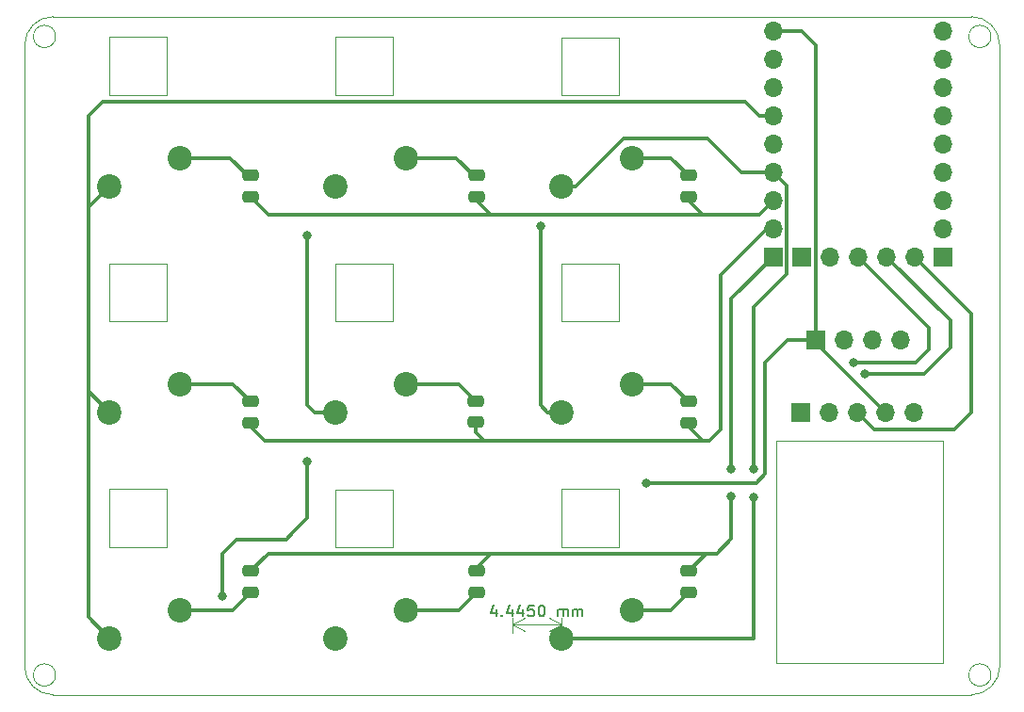
<source format=gbr>
%TF.GenerationSoftware,KiCad,Pcbnew,(6.0.5)*%
%TF.CreationDate,2022-06-17T09:46:01+08:00*%
%TF.ProjectId,keyboard_V4,6b657962-6f61-4726-945f-56342e6b6963,rev?*%
%TF.SameCoordinates,Original*%
%TF.FileFunction,Copper,L1,Top*%
%TF.FilePolarity,Positive*%
%FSLAX46Y46*%
G04 Gerber Fmt 4.6, Leading zero omitted, Abs format (unit mm)*
G04 Created by KiCad (PCBNEW (6.0.5)) date 2022-06-17 09:46:01*
%MOMM*%
%LPD*%
G01*
G04 APERTURE LIST*
G04 Aperture macros list*
%AMRoundRect*
0 Rectangle with rounded corners*
0 $1 Rounding radius*
0 $2 $3 $4 $5 $6 $7 $8 $9 X,Y pos of 4 corners*
0 Add a 4 corners polygon primitive as box body*
4,1,4,$2,$3,$4,$5,$6,$7,$8,$9,$2,$3,0*
0 Add four circle primitives for the rounded corners*
1,1,$1+$1,$2,$3*
1,1,$1+$1,$4,$5*
1,1,$1+$1,$6,$7*
1,1,$1+$1,$8,$9*
0 Add four rect primitives between the rounded corners*
20,1,$1+$1,$2,$3,$4,$5,0*
20,1,$1+$1,$4,$5,$6,$7,0*
20,1,$1+$1,$6,$7,$8,$9,0*
20,1,$1+$1,$8,$9,$2,$3,0*%
G04 Aperture macros list end*
%TA.AperFunction,Profile*%
%ADD10C,0.050000*%
%TD*%
%ADD11C,0.150000*%
%TA.AperFunction,SMDPad,CuDef*%
%ADD12RoundRect,0.250000X-0.475000X0.250000X-0.475000X-0.250000X0.475000X-0.250000X0.475000X0.250000X0*%
%TD*%
%TA.AperFunction,ComponentPad*%
%ADD13C,2.200000*%
%TD*%
%TA.AperFunction,ComponentPad*%
%ADD14R,1.700000X1.700000*%
%TD*%
%TA.AperFunction,ComponentPad*%
%ADD15O,1.700000X1.700000*%
%TD*%
%TA.AperFunction,ViaPad*%
%ADD16C,0.800000*%
%TD*%
%TA.AperFunction,Conductor*%
%ADD17C,0.304800*%
%TD*%
G04 APERTURE END LIST*
D10*
X43241538Y-103567747D02*
X38059938Y-103567747D01*
X38059938Y-103567747D02*
X38059938Y-98356147D01*
X38059938Y-98356147D02*
X43241538Y-98356147D01*
X43241538Y-98356147D02*
X43241538Y-103567747D01*
X115570000Y-55880000D02*
X33020000Y-55880000D01*
X83870800Y-83235800D02*
X78689200Y-83235800D01*
X78689200Y-83235800D02*
X78689200Y-78054200D01*
X78689200Y-78054200D02*
X83870800Y-78054200D01*
X83870800Y-78054200D02*
X83870800Y-83235800D01*
X117332000Y-57658000D02*
G75*
G03*
X117332000Y-57658000I-1000000J0D01*
G01*
X83876806Y-103567747D02*
X78695206Y-103567747D01*
X78695206Y-103567747D02*
X78695206Y-98366147D01*
X78695206Y-98366147D02*
X83876806Y-98366147D01*
X83876806Y-98366147D02*
X83876806Y-103567747D01*
X43241538Y-83255800D02*
X38059938Y-83255800D01*
X38059938Y-83255800D02*
X38059938Y-78054200D01*
X38059938Y-78054200D02*
X43241538Y-78054200D01*
X43241538Y-78054200D02*
X43241538Y-83255800D01*
X63559172Y-83255800D02*
X58377572Y-83255800D01*
X58377572Y-83255800D02*
X58377572Y-78054200D01*
X58377572Y-78054200D02*
X63559172Y-78054200D01*
X63559172Y-78054200D02*
X63559172Y-83255800D01*
X63550800Y-103575000D02*
X58369200Y-103575000D01*
X58369200Y-103575000D02*
X58369200Y-98373400D01*
X58369200Y-98373400D02*
X63550800Y-98373400D01*
X63550800Y-98373400D02*
X63550800Y-103575000D01*
X117332000Y-115062000D02*
G75*
G03*
X117332000Y-115062000I-1000000J0D01*
G01*
X118110000Y-58420000D02*
X118110000Y-114300000D01*
X30480000Y-58420000D02*
X30480000Y-114300000D01*
X30480000Y-114300000D02*
G75*
G03*
X33020000Y-116840000I2540000J0D01*
G01*
X43230800Y-62935800D02*
X38049200Y-62935800D01*
X38049200Y-62935800D02*
X38049200Y-57714200D01*
X38049200Y-57714200D02*
X43230800Y-57714200D01*
X43230800Y-57714200D02*
X43230800Y-62935800D01*
X33020000Y-116840000D02*
X115570000Y-116840000D01*
X83870800Y-62925800D02*
X78689200Y-62925800D01*
X78689200Y-62925800D02*
X78689200Y-57734200D01*
X78689200Y-57734200D02*
X83870800Y-57734200D01*
X83870800Y-57734200D02*
X83870800Y-62925800D01*
X33258000Y-57658000D02*
G75*
G03*
X33258000Y-57658000I-1000000J0D01*
G01*
X33020000Y-55880000D02*
G75*
G03*
X30480000Y-58420000I0J-2540000D01*
G01*
X118110000Y-58420000D02*
G75*
G03*
X115570000Y-55880000I-2540000J0D01*
G01*
X63550800Y-62935800D02*
X58369200Y-62935800D01*
X58369200Y-62935800D02*
X58369200Y-57714200D01*
X58369200Y-57714200D02*
X63550800Y-57714200D01*
X63550800Y-57714200D02*
X63550800Y-62935800D01*
X98000000Y-94000000D02*
X113000000Y-94000000D01*
X113000000Y-94000000D02*
X113000000Y-114000000D01*
X113000000Y-114000000D02*
X98000000Y-114000000D01*
X98000000Y-114000000D02*
X98000000Y-94000000D01*
X115570000Y-116840000D02*
G75*
G03*
X118110000Y-114300000I0J2540000D01*
G01*
X33258000Y-115062000D02*
G75*
G03*
X33258000Y-115062000I-1000000J0D01*
G01*
D11*
X72850833Y-109125714D02*
X72850833Y-109792380D01*
X72612738Y-108744761D02*
X72374642Y-109459047D01*
X72993690Y-109459047D01*
X73374642Y-109697142D02*
X73422261Y-109744761D01*
X73374642Y-109792380D01*
X73327023Y-109744761D01*
X73374642Y-109697142D01*
X73374642Y-109792380D01*
X74279404Y-109125714D02*
X74279404Y-109792380D01*
X74041309Y-108744761D02*
X73803214Y-109459047D01*
X74422261Y-109459047D01*
X75231785Y-109125714D02*
X75231785Y-109792380D01*
X74993690Y-108744761D02*
X74755595Y-109459047D01*
X75374642Y-109459047D01*
X76231785Y-108792380D02*
X75755595Y-108792380D01*
X75707976Y-109268571D01*
X75755595Y-109220952D01*
X75850833Y-109173333D01*
X76088928Y-109173333D01*
X76184166Y-109220952D01*
X76231785Y-109268571D01*
X76279404Y-109363809D01*
X76279404Y-109601904D01*
X76231785Y-109697142D01*
X76184166Y-109744761D01*
X76088928Y-109792380D01*
X75850833Y-109792380D01*
X75755595Y-109744761D01*
X75707976Y-109697142D01*
X76898452Y-108792380D02*
X76993690Y-108792380D01*
X77088928Y-108840000D01*
X77136547Y-108887619D01*
X77184166Y-108982857D01*
X77231785Y-109173333D01*
X77231785Y-109411428D01*
X77184166Y-109601904D01*
X77136547Y-109697142D01*
X77088928Y-109744761D01*
X76993690Y-109792380D01*
X76898452Y-109792380D01*
X76803214Y-109744761D01*
X76755595Y-109697142D01*
X76707976Y-109601904D01*
X76660357Y-109411428D01*
X76660357Y-109173333D01*
X76707976Y-108982857D01*
X76755595Y-108887619D01*
X76803214Y-108840000D01*
X76898452Y-108792380D01*
X78422261Y-109792380D02*
X78422261Y-109125714D01*
X78422261Y-109220952D02*
X78469880Y-109173333D01*
X78565119Y-109125714D01*
X78707976Y-109125714D01*
X78803214Y-109173333D01*
X78850833Y-109268571D01*
X78850833Y-109792380D01*
X78850833Y-109268571D02*
X78898452Y-109173333D01*
X78993690Y-109125714D01*
X79136547Y-109125714D01*
X79231785Y-109173333D01*
X79279404Y-109268571D01*
X79279404Y-109792380D01*
X79755595Y-109792380D02*
X79755595Y-109125714D01*
X79755595Y-109220952D02*
X79803214Y-109173333D01*
X79898452Y-109125714D01*
X80041309Y-109125714D01*
X80136547Y-109173333D01*
X80184166Y-109268571D01*
X80184166Y-109792380D01*
X80184166Y-109268571D02*
X80231785Y-109173333D01*
X80327023Y-109125714D01*
X80469880Y-109125714D01*
X80565119Y-109173333D01*
X80612738Y-109268571D01*
X80612738Y-109792380D01*
D10*
X78740000Y-111260000D02*
X78740000Y-109903580D01*
X74295000Y-111260000D02*
X74295000Y-109903580D01*
X78740000Y-110490000D02*
X74295000Y-110490000D01*
X78740000Y-110490000D02*
X74295000Y-110490000D01*
X78740000Y-110490000D02*
X77613496Y-109903579D01*
X78740000Y-110490000D02*
X77613496Y-111076421D01*
X74295000Y-110490000D02*
X75421504Y-111076421D01*
X74295000Y-110490000D02*
X75421504Y-109903579D01*
D12*
%TO.P,TS4148,1*%
%TO.N,N/C*%
X71046677Y-90451243D03*
%TO.P,TS4148,2*%
X71046677Y-92351243D03*
%TD*%
D13*
%TO.P,SW7,1*%
%TO.N,N/C*%
X38100000Y-71120000D03*
%TO.P,SW7,2*%
X44450000Y-68580000D03*
%TD*%
%TO.P,SW8,1*%
%TO.N,N/C*%
X58420000Y-71120000D03*
%TO.P,SW8,2*%
X64770000Y-68580000D03*
%TD*%
D12*
%TO.P,TS4148,1*%
%TO.N,N/C*%
X50800000Y-70170000D03*
%TO.P,TS4148,2*%
X50800000Y-72070000D03*
%TD*%
%TO.P,TS4148,1*%
%TO.N,N/C*%
X71120000Y-105730000D03*
%TO.P,TS4148,2*%
X71120000Y-107630000D03*
%TD*%
D14*
%TO.P,REF\u002A\u002A,1*%
%TO.N,N/C*%
X97790000Y-77470000D03*
D15*
%TO.P,REF\u002A\u002A,2*%
X97790000Y-74930000D03*
%TO.P,REF\u002A\u002A,3*%
X97790000Y-72390000D03*
%TO.P,REF\u002A\u002A,4*%
X97790000Y-69850000D03*
%TO.P,REF\u002A\u002A,5*%
X97790000Y-67310000D03*
%TO.P,REF\u002A\u002A,6*%
X97790000Y-64770000D03*
%TO.P,REF\u002A\u002A,7*%
X97790000Y-62230000D03*
%TO.P,REF\u002A\u002A,8*%
X97790000Y-59690000D03*
%TO.P,REF\u002A\u002A,9*%
X97790000Y-57150000D03*
%TD*%
D12*
%TO.P,TS4148,1*%
%TO.N,N/C*%
X90170000Y-70170000D03*
%TO.P,TS4148,2*%
X90170000Y-72070000D03*
%TD*%
%TO.P,TS4148,1*%
%TO.N,N/C*%
X50800000Y-90490000D03*
%TO.P,TS4148,2*%
X50800000Y-92390000D03*
%TD*%
D13*
%TO.P,SW3,1*%
%TO.N,N/C*%
X78740000Y-111760000D03*
%TO.P,SW3,2*%
X85090000Y-109220000D03*
%TD*%
%TO.P,SW2,1*%
%TO.N,N/C*%
X58420000Y-111760000D03*
%TO.P,SW2,2*%
X64770000Y-109220000D03*
%TD*%
%TO.P,SW4,1*%
%TO.N,N/C*%
X38100000Y-91440000D03*
%TO.P,SW4,2*%
X44450000Y-88900000D03*
%TD*%
D14*
%TO.P,REF\u002A\u002A,1*%
%TO.N,N/C*%
X113030000Y-77470000D03*
D15*
%TO.P,REF\u002A\u002A,2*%
X113030000Y-74930000D03*
%TO.P,REF\u002A\u002A,3*%
X113030000Y-72390000D03*
%TO.P,REF\u002A\u002A,4*%
X113030000Y-69850000D03*
%TO.P,REF\u002A\u002A,5*%
X113030000Y-67310000D03*
%TO.P,REF\u002A\u002A,6*%
X113030000Y-64770000D03*
%TO.P,REF\u002A\u002A,7*%
X113030000Y-62230000D03*
%TO.P,REF\u002A\u002A,8*%
X113030000Y-59690000D03*
%TO.P,REF\u002A\u002A,9*%
X113030000Y-57150000D03*
%TD*%
D13*
%TO.P,SW5,1*%
%TO.N,N/C*%
X58439218Y-91449609D03*
%TO.P,SW5,2*%
X64789218Y-88909609D03*
%TD*%
%TO.P,SW9,1*%
%TO.N,N/C*%
X78740000Y-71120000D03*
%TO.P,SW9,2*%
X85090000Y-68580000D03*
%TD*%
D12*
%TO.P,TS4148,1*%
%TO.N,N/C*%
X90170000Y-105730000D03*
%TO.P,TS4148,2*%
X90170000Y-107630000D03*
%TD*%
D13*
%TO.P,SW6,1*%
%TO.N,N/C*%
X78740000Y-91440000D03*
%TO.P,SW6,2*%
X85090000Y-88900000D03*
%TD*%
%TO.P,SW1,1*%
%TO.N,N/C*%
X38100000Y-111760000D03*
%TO.P,SW1,2*%
X44450000Y-109220000D03*
%TD*%
D14*
%TO.P,REF\u002A\u002A,1*%
%TO.N,N/C*%
X100330000Y-77470000D03*
D15*
%TO.P,REF\u002A\u002A,2*%
X102870000Y-77470000D03*
%TO.P,REF\u002A\u002A,3*%
X105410000Y-77470000D03*
%TO.P,REF\u002A\u002A,4*%
X107950000Y-77470000D03*
%TO.P,REF\u002A\u002A,5*%
X110490000Y-77470000D03*
%TD*%
D14*
%TO.P,OLED,1*%
%TO.N,N/C*%
X101610000Y-84963000D03*
D15*
%TO.P,OLED,2*%
X104150000Y-84963000D03*
%TO.P,OLED,3*%
X106690000Y-84963000D03*
%TO.P,OLED,4*%
X109230000Y-84963000D03*
%TD*%
D12*
%TO.P,TS4148,1*%
%TO.N,N/C*%
X90170000Y-90490000D03*
%TO.P,TS4148,2*%
X90170000Y-92390000D03*
%TD*%
D14*
%TO.P,EC11,1*%
%TO.N,N/C*%
X100203000Y-91440000D03*
D15*
%TO.P,EC11,2*%
X102743000Y-91440000D03*
%TO.P,EC11,3*%
X105283000Y-91440000D03*
%TO.P,EC11,4*%
X107823000Y-91440000D03*
%TO.P,EC11,5*%
X110363000Y-91440000D03*
%TD*%
D12*
%TO.P,TS4148,1*%
%TO.N,N/C*%
X50800000Y-105730000D03*
%TO.P,TS4148,2*%
X50800000Y-107630000D03*
%TD*%
%TO.P,TS4148,1*%
%TO.N,N/C*%
X71120000Y-70170000D03*
%TO.P,TS4148,2*%
X71120000Y-72070000D03*
%TD*%
D16*
%TO.N,*%
X106000000Y-88000000D03*
X76835000Y-74676000D03*
X96000000Y-96520000D03*
X96000000Y-99060000D03*
X55880000Y-95885000D03*
X94000000Y-96520000D03*
X94000000Y-99000000D03*
X55880000Y-75565000D03*
X105000000Y-87000000D03*
X48260000Y-107950000D03*
X86360000Y-97790000D03*
%TD*%
D17*
%TO.N,*%
X44450000Y-109220000D02*
X49210000Y-109220000D01*
X44450000Y-88900000D02*
X49210000Y-88900000D01*
X77470000Y-91440000D02*
X78740000Y-91440000D01*
X64770000Y-109220000D02*
X69530000Y-109220000D01*
X110490000Y-77470000D02*
X115570000Y-82550000D01*
X71120000Y-72390000D02*
X72390000Y-73660000D01*
X76835000Y-74676000D02*
X76835000Y-90805000D01*
X55880000Y-100965000D02*
X54610000Y-102235000D01*
X107950000Y-91567000D02*
X107823000Y-91440000D01*
X36195000Y-73025000D02*
X38100000Y-71120000D01*
X105000000Y-87000000D02*
X110520000Y-87000000D01*
X69530000Y-109220000D02*
X71120000Y-107630000D01*
X36195000Y-109855000D02*
X36195000Y-89535000D01*
X101610000Y-85227000D02*
X107823000Y-91440000D01*
X71120000Y-105730000D02*
X71120000Y-105410000D01*
X101610000Y-58430000D02*
X100330000Y-57150000D01*
X49210000Y-88900000D02*
X50800000Y-90490000D01*
X110520000Y-87000000D02*
X111760000Y-85760000D01*
X94000000Y-102850000D02*
X92710000Y-104140000D01*
X69505043Y-88909609D02*
X71046677Y-90451243D01*
X97000000Y-97000000D02*
X97000000Y-87000000D01*
X101610000Y-84963000D02*
X101610000Y-58430000D01*
X91821000Y-66802000D02*
X94869000Y-69850000D01*
X53975000Y-102870000D02*
X49530000Y-102870000D01*
X96000000Y-111760000D02*
X78740000Y-111760000D01*
X49210000Y-109220000D02*
X50800000Y-107630000D01*
X91760000Y-104140000D02*
X72390000Y-104140000D01*
X94000000Y-96520000D02*
X94000000Y-81260000D01*
X93000000Y-92980000D02*
X93000000Y-79085000D01*
X95250000Y-63500000D02*
X96520000Y-64770000D01*
X50800000Y-92390000D02*
X50800000Y-92710000D01*
X71046677Y-93271677D02*
X71755000Y-93980000D01*
X50800000Y-105730000D02*
X52390000Y-104140000D01*
X64789218Y-88909609D02*
X69505043Y-88909609D01*
X106000000Y-88000000D02*
X111330000Y-88000000D01*
X54610000Y-102235000D02*
X53975000Y-102870000D01*
X115570000Y-82550000D02*
X115570000Y-91430000D01*
X94000000Y-81260000D02*
X97790000Y-77470000D01*
X71120000Y-72070000D02*
X71120000Y-72390000D01*
X50800000Y-72070000D02*
X52390000Y-73660000D01*
X85090000Y-109220000D02*
X88580000Y-109220000D01*
X96000000Y-82000000D02*
X99000000Y-79000000D01*
X69276000Y-68580000D02*
X70866000Y-70170000D01*
X90170000Y-92390000D02*
X90170000Y-92710000D01*
X99037000Y-84963000D02*
X101610000Y-84963000D01*
X52070000Y-93980000D02*
X71755000Y-93980000D01*
X92000000Y-93980000D02*
X93000000Y-92980000D01*
X55880000Y-90805000D02*
X56524609Y-91449609D01*
X107950000Y-77470000D02*
X113665000Y-83185000D01*
X115570000Y-91430000D02*
X114000000Y-93000000D01*
X100330000Y-57150000D02*
X97790000Y-57150000D01*
X71755000Y-93980000D02*
X91440000Y-93980000D01*
X92710000Y-104140000D02*
X91760000Y-104140000D01*
X96520000Y-73660000D02*
X97790000Y-72390000D01*
X85090000Y-88900000D02*
X88580000Y-88900000D01*
X36195000Y-89535000D02*
X36195000Y-73025000D01*
X50800000Y-92710000D02*
X52070000Y-93980000D01*
X84328000Y-66802000D02*
X91821000Y-66802000D01*
X90170000Y-72070000D02*
X90170000Y-72390000D01*
X37465000Y-63500000D02*
X95250000Y-63500000D01*
X52390000Y-104140000D02*
X72390000Y-104140000D01*
X55880000Y-95885000D02*
X55880000Y-100965000D01*
X80010000Y-71120000D02*
X84328000Y-66802000D01*
X56524609Y-91449609D02*
X58439218Y-91449609D01*
X111760000Y-83820000D02*
X105410000Y-77470000D01*
X90170000Y-105730000D02*
X91760000Y-104140000D01*
X86360000Y-97790000D02*
X96210000Y-97790000D01*
X48260000Y-104140000D02*
X48260000Y-107950000D01*
X36195000Y-73025000D02*
X36195000Y-64770000D01*
X71046677Y-92351243D02*
X71046677Y-93271677D01*
X52390000Y-73660000D02*
X96520000Y-73660000D01*
X64770000Y-68580000D02*
X69276000Y-68580000D01*
X85090000Y-68580000D02*
X88580000Y-68580000D01*
X48956000Y-68580000D02*
X50546000Y-70170000D01*
X44450000Y-68580000D02*
X48956000Y-68580000D01*
X113665000Y-83185000D02*
X113665000Y-85665000D01*
X49530000Y-102870000D02*
X48260000Y-104140000D01*
X96210000Y-97790000D02*
X97000000Y-97000000D01*
X90170000Y-72390000D02*
X91440000Y-73660000D01*
X99000000Y-79000000D02*
X99000000Y-71060000D01*
X76835000Y-90805000D02*
X77470000Y-91440000D01*
X111330000Y-88000000D02*
X113665000Y-85665000D01*
X78740000Y-71120000D02*
X80010000Y-71120000D01*
X94000000Y-99000000D02*
X94000000Y-102850000D01*
X114000000Y-93000000D02*
X106843000Y-93000000D01*
X97000000Y-87000000D02*
X99037000Y-84963000D01*
X97155000Y-74930000D02*
X97790000Y-74930000D01*
X36195000Y-64770000D02*
X37465000Y-63500000D01*
X96000000Y-99060000D02*
X96000000Y-111760000D01*
X96520000Y-64770000D02*
X97790000Y-64770000D01*
X94869000Y-69850000D02*
X97790000Y-69850000D01*
X91440000Y-93980000D02*
X92000000Y-93980000D01*
X99000000Y-71060000D02*
X97790000Y-69850000D01*
X88580000Y-88900000D02*
X90170000Y-90490000D01*
X93000000Y-79085000D02*
X97155000Y-74930000D01*
X55880000Y-75565000D02*
X55880000Y-90805000D01*
X88580000Y-109220000D02*
X90170000Y-107630000D01*
X88580000Y-68580000D02*
X90170000Y-70170000D01*
X71120000Y-105410000D02*
X72390000Y-104140000D01*
X90170000Y-92710000D02*
X91440000Y-93980000D01*
X96000000Y-96520000D02*
X96000000Y-82000000D01*
X101610000Y-84963000D02*
X101610000Y-85227000D01*
X38100000Y-111760000D02*
X36195000Y-109855000D01*
X106843000Y-93000000D02*
X105283000Y-91440000D01*
X38100000Y-91440000D02*
X36195000Y-89535000D01*
X111760000Y-85760000D02*
X111760000Y-83820000D01*
%TD*%
M02*

</source>
